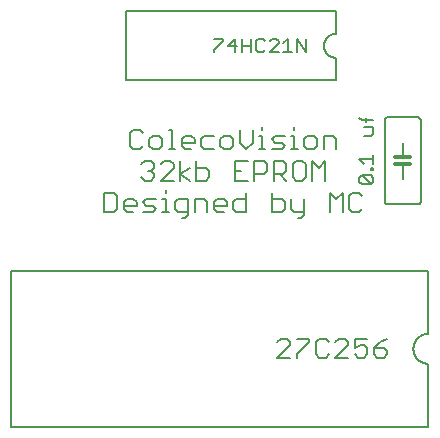
<source format=gto>
G75*
%MOIN*%
%OFA0B0*%
%FSLAX25Y25*%
%IPPOS*%
%LPD*%
%AMOC8*
5,1,8,0,0,1.08239X$1,22.5*
%
%ADD10C,0.00600*%
%ADD11C,0.01200*%
%ADD12C,0.00500*%
%ADD13C,0.00700*%
D10*
X0222000Y0069463D02*
X0361000Y0069463D01*
X0361000Y0090463D01*
X0360860Y0090465D01*
X0360720Y0090471D01*
X0360580Y0090481D01*
X0360440Y0090494D01*
X0360301Y0090512D01*
X0360162Y0090534D01*
X0360025Y0090559D01*
X0359887Y0090588D01*
X0359751Y0090621D01*
X0359616Y0090658D01*
X0359482Y0090699D01*
X0359349Y0090744D01*
X0359217Y0090792D01*
X0359087Y0090844D01*
X0358958Y0090899D01*
X0358831Y0090958D01*
X0358705Y0091021D01*
X0358581Y0091087D01*
X0358460Y0091156D01*
X0358340Y0091229D01*
X0358222Y0091306D01*
X0358107Y0091385D01*
X0357993Y0091468D01*
X0357883Y0091554D01*
X0357774Y0091643D01*
X0357668Y0091735D01*
X0357565Y0091830D01*
X0357464Y0091927D01*
X0357367Y0092028D01*
X0357272Y0092131D01*
X0357180Y0092237D01*
X0357091Y0092346D01*
X0357005Y0092456D01*
X0356922Y0092570D01*
X0356843Y0092685D01*
X0356766Y0092803D01*
X0356693Y0092923D01*
X0356624Y0093044D01*
X0356558Y0093168D01*
X0356495Y0093294D01*
X0356436Y0093421D01*
X0356381Y0093550D01*
X0356329Y0093680D01*
X0356281Y0093812D01*
X0356236Y0093945D01*
X0356195Y0094079D01*
X0356158Y0094214D01*
X0356125Y0094350D01*
X0356096Y0094488D01*
X0356071Y0094625D01*
X0356049Y0094764D01*
X0356031Y0094903D01*
X0356018Y0095043D01*
X0356008Y0095183D01*
X0356002Y0095323D01*
X0356000Y0095463D01*
X0356002Y0095603D01*
X0356008Y0095743D01*
X0356018Y0095883D01*
X0356031Y0096023D01*
X0356049Y0096162D01*
X0356071Y0096301D01*
X0356096Y0096438D01*
X0356125Y0096576D01*
X0356158Y0096712D01*
X0356195Y0096847D01*
X0356236Y0096981D01*
X0356281Y0097114D01*
X0356329Y0097246D01*
X0356381Y0097376D01*
X0356436Y0097505D01*
X0356495Y0097632D01*
X0356558Y0097758D01*
X0356624Y0097882D01*
X0356693Y0098003D01*
X0356766Y0098123D01*
X0356843Y0098241D01*
X0356922Y0098356D01*
X0357005Y0098470D01*
X0357091Y0098580D01*
X0357180Y0098689D01*
X0357272Y0098795D01*
X0357367Y0098898D01*
X0357464Y0098999D01*
X0357565Y0099096D01*
X0357668Y0099191D01*
X0357774Y0099283D01*
X0357883Y0099372D01*
X0357993Y0099458D01*
X0358107Y0099541D01*
X0358222Y0099620D01*
X0358340Y0099697D01*
X0358460Y0099770D01*
X0358581Y0099839D01*
X0358705Y0099905D01*
X0358831Y0099968D01*
X0358958Y0100027D01*
X0359087Y0100082D01*
X0359217Y0100134D01*
X0359349Y0100182D01*
X0359482Y0100227D01*
X0359616Y0100268D01*
X0359751Y0100305D01*
X0359887Y0100338D01*
X0360025Y0100367D01*
X0360162Y0100392D01*
X0360301Y0100414D01*
X0360440Y0100432D01*
X0360580Y0100445D01*
X0360720Y0100455D01*
X0360860Y0100461D01*
X0361000Y0100463D01*
X0361000Y0121463D01*
X0222000Y0121463D01*
X0222000Y0069463D01*
X0278761Y0138879D02*
X0279828Y0138879D01*
X0280896Y0139947D01*
X0280896Y0145285D01*
X0277693Y0145285D01*
X0276625Y0144217D01*
X0276625Y0142082D01*
X0277693Y0141015D01*
X0280896Y0141015D01*
X0283071Y0141015D02*
X0283071Y0145285D01*
X0286274Y0145285D01*
X0287341Y0144217D01*
X0287341Y0141015D01*
X0289516Y0142082D02*
X0289516Y0144217D01*
X0290584Y0145285D01*
X0292719Y0145285D01*
X0293787Y0144217D01*
X0293787Y0143150D01*
X0289516Y0143150D01*
X0289516Y0142082D02*
X0290584Y0141015D01*
X0292719Y0141015D01*
X0295962Y0142082D02*
X0295962Y0144217D01*
X0297029Y0145285D01*
X0300232Y0145285D01*
X0300232Y0147420D02*
X0300232Y0141015D01*
X0297029Y0141015D01*
X0295962Y0142082D01*
X0308853Y0141015D02*
X0312056Y0141015D01*
X0313123Y0142082D01*
X0313123Y0144217D01*
X0312056Y0145285D01*
X0308853Y0145285D01*
X0308853Y0147420D02*
X0308853Y0141015D01*
X0315298Y0142082D02*
X0316366Y0141015D01*
X0319569Y0141015D01*
X0319569Y0139947D02*
X0318501Y0138879D01*
X0317434Y0138879D01*
X0319569Y0139947D02*
X0319569Y0145285D01*
X0315298Y0145285D02*
X0315298Y0142082D01*
X0328189Y0141015D02*
X0328189Y0147420D01*
X0330325Y0145285D01*
X0332460Y0147420D01*
X0332460Y0141015D01*
X0334635Y0142082D02*
X0335702Y0141015D01*
X0337838Y0141015D01*
X0338905Y0142082D01*
X0334635Y0142082D02*
X0334635Y0146352D01*
X0335702Y0147420D01*
X0337838Y0147420D01*
X0338905Y0146352D01*
X0346445Y0144600D02*
X0346445Y0171600D01*
X0346447Y0171660D01*
X0346452Y0171721D01*
X0346461Y0171780D01*
X0346474Y0171839D01*
X0346490Y0171898D01*
X0346510Y0171955D01*
X0346533Y0172010D01*
X0346560Y0172065D01*
X0346589Y0172117D01*
X0346622Y0172168D01*
X0346658Y0172217D01*
X0346696Y0172263D01*
X0346738Y0172307D01*
X0346782Y0172349D01*
X0346828Y0172387D01*
X0346877Y0172423D01*
X0346928Y0172456D01*
X0346980Y0172485D01*
X0347035Y0172512D01*
X0347090Y0172535D01*
X0347147Y0172555D01*
X0347206Y0172571D01*
X0347265Y0172584D01*
X0347324Y0172593D01*
X0347385Y0172598D01*
X0347445Y0172600D01*
X0357445Y0172600D01*
X0357505Y0172598D01*
X0357566Y0172593D01*
X0357625Y0172584D01*
X0357684Y0172571D01*
X0357743Y0172555D01*
X0357800Y0172535D01*
X0357855Y0172512D01*
X0357910Y0172485D01*
X0357962Y0172456D01*
X0358013Y0172423D01*
X0358062Y0172387D01*
X0358108Y0172349D01*
X0358152Y0172307D01*
X0358194Y0172263D01*
X0358232Y0172217D01*
X0358268Y0172168D01*
X0358301Y0172117D01*
X0358330Y0172065D01*
X0358357Y0172010D01*
X0358380Y0171955D01*
X0358400Y0171898D01*
X0358416Y0171839D01*
X0358429Y0171780D01*
X0358438Y0171721D01*
X0358443Y0171660D01*
X0358445Y0171600D01*
X0358445Y0144600D01*
X0358443Y0144540D01*
X0358438Y0144479D01*
X0358429Y0144420D01*
X0358416Y0144361D01*
X0358400Y0144302D01*
X0358380Y0144245D01*
X0358357Y0144190D01*
X0358330Y0144135D01*
X0358301Y0144083D01*
X0358268Y0144032D01*
X0358232Y0143983D01*
X0358194Y0143937D01*
X0358152Y0143893D01*
X0358108Y0143851D01*
X0358062Y0143813D01*
X0358013Y0143777D01*
X0357962Y0143744D01*
X0357910Y0143715D01*
X0357855Y0143688D01*
X0357800Y0143665D01*
X0357743Y0143645D01*
X0357684Y0143629D01*
X0357625Y0143616D01*
X0357566Y0143607D01*
X0357505Y0143602D01*
X0357445Y0143600D01*
X0347445Y0143600D01*
X0347385Y0143602D01*
X0347324Y0143607D01*
X0347265Y0143616D01*
X0347206Y0143629D01*
X0347147Y0143645D01*
X0347090Y0143665D01*
X0347035Y0143688D01*
X0346980Y0143715D01*
X0346928Y0143744D01*
X0346877Y0143777D01*
X0346828Y0143813D01*
X0346782Y0143851D01*
X0346738Y0143893D01*
X0346696Y0143937D01*
X0346658Y0143983D01*
X0346622Y0144032D01*
X0346589Y0144083D01*
X0346560Y0144135D01*
X0346533Y0144190D01*
X0346510Y0144245D01*
X0346490Y0144302D01*
X0346474Y0144361D01*
X0346461Y0144420D01*
X0346452Y0144479D01*
X0346447Y0144540D01*
X0346445Y0144600D01*
X0352445Y0152100D02*
X0352445Y0156900D01*
X0352445Y0159400D02*
X0352445Y0164100D01*
X0330311Y0165217D02*
X0330311Y0162015D01*
X0330311Y0165217D02*
X0329244Y0166285D01*
X0326041Y0166285D01*
X0326041Y0162015D01*
X0323866Y0163082D02*
X0323866Y0165217D01*
X0322798Y0166285D01*
X0320663Y0166285D01*
X0319595Y0165217D01*
X0319595Y0163082D01*
X0320663Y0162015D01*
X0322798Y0162015D01*
X0323866Y0163082D01*
X0322281Y0157920D02*
X0324416Y0155785D01*
X0326551Y0157920D01*
X0326551Y0151515D01*
X0322281Y0151515D02*
X0322281Y0157920D01*
X0320106Y0156852D02*
X0319038Y0157920D01*
X0316903Y0157920D01*
X0315836Y0156852D01*
X0315836Y0152582D01*
X0316903Y0151515D01*
X0319038Y0151515D01*
X0320106Y0152582D01*
X0320106Y0156852D01*
X0313660Y0156852D02*
X0313660Y0154717D01*
X0312593Y0153650D01*
X0309390Y0153650D01*
X0311525Y0153650D02*
X0313660Y0151515D01*
X0309390Y0151515D02*
X0309390Y0157920D01*
X0312593Y0157920D01*
X0313660Y0156852D01*
X0307215Y0156852D02*
X0307215Y0154717D01*
X0306147Y0153650D01*
X0302945Y0153650D01*
X0302945Y0151515D02*
X0302945Y0157920D01*
X0306147Y0157920D01*
X0307215Y0156852D01*
X0300769Y0157920D02*
X0296499Y0157920D01*
X0296499Y0151515D01*
X0300769Y0151515D01*
X0298634Y0154717D02*
X0296499Y0154717D01*
X0287878Y0154717D02*
X0287878Y0152582D01*
X0286811Y0151515D01*
X0283608Y0151515D01*
X0283608Y0157920D01*
X0283608Y0155785D02*
X0286811Y0155785D01*
X0287878Y0154717D01*
X0281440Y0155785D02*
X0278237Y0153650D01*
X0281440Y0151515D01*
X0278237Y0151515D02*
X0278237Y0157920D01*
X0276062Y0156852D02*
X0274994Y0157920D01*
X0272859Y0157920D01*
X0271791Y0156852D01*
X0269616Y0156852D02*
X0269616Y0155785D01*
X0268549Y0154717D01*
X0269616Y0153650D01*
X0269616Y0152582D01*
X0268549Y0151515D01*
X0266413Y0151515D01*
X0265346Y0152582D01*
X0267481Y0154717D02*
X0268549Y0154717D01*
X0269616Y0156852D02*
X0268549Y0157920D01*
X0266413Y0157920D01*
X0265346Y0156852D01*
X0271791Y0151515D02*
X0276062Y0155785D01*
X0276062Y0156852D01*
X0276062Y0151515D02*
X0271791Y0151515D01*
X0273396Y0148488D02*
X0273396Y0147420D01*
X0273396Y0145285D02*
X0272328Y0145285D01*
X0273396Y0145285D02*
X0273396Y0141015D01*
X0272328Y0141015D02*
X0274464Y0141015D01*
X0270153Y0142082D02*
X0269086Y0143150D01*
X0266950Y0143150D01*
X0265883Y0144217D01*
X0266950Y0145285D01*
X0270153Y0145285D01*
X0270153Y0142082D02*
X0269086Y0141015D01*
X0265883Y0141015D01*
X0263708Y0143150D02*
X0263708Y0144217D01*
X0262640Y0145285D01*
X0260505Y0145285D01*
X0259437Y0144217D01*
X0259437Y0142082D01*
X0260505Y0141015D01*
X0262640Y0141015D01*
X0263708Y0143150D02*
X0259437Y0143150D01*
X0257262Y0142082D02*
X0257262Y0146352D01*
X0256195Y0147420D01*
X0252992Y0147420D01*
X0252992Y0141015D01*
X0256195Y0141015D01*
X0257262Y0142082D01*
X0262653Y0162015D02*
X0261586Y0163082D01*
X0261586Y0167352D01*
X0262653Y0168420D01*
X0264789Y0168420D01*
X0265856Y0167352D01*
X0268031Y0165217D02*
X0269099Y0166285D01*
X0271234Y0166285D01*
X0272302Y0165217D01*
X0272302Y0163082D01*
X0271234Y0162015D01*
X0269099Y0162015D01*
X0268031Y0163082D01*
X0268031Y0165217D01*
X0265856Y0163082D02*
X0264789Y0162015D01*
X0262653Y0162015D01*
X0274477Y0162015D02*
X0276612Y0162015D01*
X0275544Y0162015D02*
X0275544Y0168420D01*
X0274477Y0168420D01*
X0278774Y0165217D02*
X0279841Y0166285D01*
X0281977Y0166285D01*
X0283044Y0165217D01*
X0283044Y0164150D01*
X0278774Y0164150D01*
X0278774Y0165217D02*
X0278774Y0163082D01*
X0279841Y0162015D01*
X0281977Y0162015D01*
X0285219Y0163082D02*
X0285219Y0165217D01*
X0286287Y0166285D01*
X0289490Y0166285D01*
X0291665Y0165217D02*
X0291665Y0163082D01*
X0292732Y0162015D01*
X0294868Y0162015D01*
X0295935Y0163082D01*
X0295935Y0165217D01*
X0294868Y0166285D01*
X0292732Y0166285D01*
X0291665Y0165217D01*
X0289490Y0162015D02*
X0286287Y0162015D01*
X0285219Y0163082D01*
X0298110Y0164150D02*
X0298110Y0168420D01*
X0302381Y0168420D02*
X0302381Y0164150D01*
X0300246Y0162015D01*
X0298110Y0164150D01*
X0304556Y0166285D02*
X0305623Y0166285D01*
X0305623Y0162015D01*
X0304556Y0162015D02*
X0306691Y0162015D01*
X0308853Y0162015D02*
X0312056Y0162015D01*
X0313123Y0163082D01*
X0312056Y0164150D01*
X0309920Y0164150D01*
X0308853Y0165217D01*
X0309920Y0166285D01*
X0313123Y0166285D01*
X0315298Y0166285D02*
X0316366Y0166285D01*
X0316366Y0162015D01*
X0315298Y0162015D02*
X0317434Y0162015D01*
X0316366Y0168420D02*
X0316366Y0169488D01*
X0305623Y0169488D02*
X0305623Y0168420D01*
X0330161Y0184947D02*
X0330161Y0192447D01*
X0330035Y0192449D01*
X0329910Y0192455D01*
X0329785Y0192465D01*
X0329660Y0192479D01*
X0329535Y0192496D01*
X0329411Y0192518D01*
X0329288Y0192543D01*
X0329166Y0192573D01*
X0329045Y0192606D01*
X0328925Y0192643D01*
X0328806Y0192683D01*
X0328689Y0192728D01*
X0328572Y0192776D01*
X0328458Y0192828D01*
X0328345Y0192883D01*
X0328234Y0192942D01*
X0328125Y0193004D01*
X0328018Y0193070D01*
X0327913Y0193139D01*
X0327810Y0193211D01*
X0327709Y0193286D01*
X0327611Y0193365D01*
X0327516Y0193447D01*
X0327423Y0193531D01*
X0327333Y0193619D01*
X0327245Y0193709D01*
X0327161Y0193802D01*
X0327079Y0193897D01*
X0327000Y0193995D01*
X0326925Y0194096D01*
X0326853Y0194199D01*
X0326784Y0194304D01*
X0326718Y0194411D01*
X0326656Y0194520D01*
X0326597Y0194631D01*
X0326542Y0194744D01*
X0326490Y0194858D01*
X0326442Y0194975D01*
X0326397Y0195092D01*
X0326357Y0195211D01*
X0326320Y0195331D01*
X0326287Y0195452D01*
X0326257Y0195574D01*
X0326232Y0195697D01*
X0326210Y0195821D01*
X0326193Y0195946D01*
X0326179Y0196071D01*
X0326169Y0196196D01*
X0326163Y0196321D01*
X0326161Y0196447D01*
X0326163Y0196573D01*
X0326169Y0196698D01*
X0326179Y0196823D01*
X0326193Y0196948D01*
X0326210Y0197073D01*
X0326232Y0197197D01*
X0326257Y0197320D01*
X0326287Y0197442D01*
X0326320Y0197563D01*
X0326357Y0197683D01*
X0326397Y0197802D01*
X0326442Y0197919D01*
X0326490Y0198036D01*
X0326542Y0198150D01*
X0326597Y0198263D01*
X0326656Y0198374D01*
X0326718Y0198483D01*
X0326784Y0198590D01*
X0326853Y0198695D01*
X0326925Y0198798D01*
X0327000Y0198899D01*
X0327079Y0198997D01*
X0327161Y0199092D01*
X0327245Y0199185D01*
X0327333Y0199275D01*
X0327423Y0199363D01*
X0327516Y0199447D01*
X0327611Y0199529D01*
X0327709Y0199608D01*
X0327810Y0199683D01*
X0327913Y0199755D01*
X0328018Y0199824D01*
X0328125Y0199890D01*
X0328234Y0199952D01*
X0328345Y0200011D01*
X0328458Y0200066D01*
X0328572Y0200118D01*
X0328689Y0200166D01*
X0328806Y0200211D01*
X0328925Y0200251D01*
X0329045Y0200288D01*
X0329166Y0200321D01*
X0329288Y0200351D01*
X0329411Y0200376D01*
X0329535Y0200398D01*
X0329660Y0200415D01*
X0329785Y0200429D01*
X0329910Y0200439D01*
X0330035Y0200445D01*
X0330161Y0200447D01*
X0330161Y0207947D01*
X0260161Y0207947D01*
X0260161Y0184947D01*
X0330161Y0184947D01*
D11*
X0349945Y0159400D02*
X0352445Y0159400D01*
X0354945Y0159400D01*
X0354945Y0156900D02*
X0352445Y0156900D01*
X0349945Y0156900D01*
D12*
X0342541Y0157162D02*
X0342541Y0160164D01*
X0342541Y0158663D02*
X0338038Y0158663D01*
X0339539Y0157162D01*
X0341791Y0155610D02*
X0342541Y0155610D01*
X0342541Y0154860D01*
X0341791Y0154860D01*
X0341791Y0155610D01*
X0341791Y0153258D02*
X0338788Y0153258D01*
X0341791Y0150256D01*
X0342541Y0151007D01*
X0342541Y0152508D01*
X0341791Y0153258D01*
X0341791Y0150256D02*
X0338788Y0150256D01*
X0338038Y0151007D01*
X0338038Y0152508D01*
X0338788Y0153258D01*
X0339539Y0166370D02*
X0341791Y0166370D01*
X0342541Y0167120D01*
X0342541Y0169372D01*
X0339539Y0169372D01*
X0340289Y0170974D02*
X0340289Y0172475D01*
X0338788Y0171724D02*
X0342541Y0171724D01*
X0338788Y0171724D02*
X0338038Y0172475D01*
X0320310Y0194197D02*
X0320310Y0198701D01*
X0317307Y0198701D02*
X0320310Y0194197D01*
X0317307Y0194197D02*
X0317307Y0198701D01*
X0314205Y0198701D02*
X0314205Y0194197D01*
X0312704Y0194197D02*
X0315706Y0194197D01*
X0312704Y0197199D02*
X0314205Y0198701D01*
X0311102Y0197950D02*
X0311102Y0197199D01*
X0308100Y0194197D01*
X0311102Y0194197D01*
X0311102Y0197950D02*
X0310352Y0198701D01*
X0308850Y0198701D01*
X0308100Y0197950D01*
X0306498Y0197950D02*
X0305748Y0198701D01*
X0304246Y0198701D01*
X0303496Y0197950D01*
X0303496Y0194947D01*
X0304246Y0194197D01*
X0305748Y0194197D01*
X0306498Y0194947D01*
X0301894Y0194197D02*
X0301894Y0198701D01*
X0301894Y0196449D02*
X0298892Y0196449D01*
X0297290Y0196449D02*
X0294288Y0196449D01*
X0296540Y0198701D01*
X0296540Y0194197D01*
X0298892Y0194197D02*
X0298892Y0198701D01*
X0292686Y0198701D02*
X0292686Y0197950D01*
X0289684Y0194947D01*
X0289684Y0194197D01*
X0289684Y0198701D02*
X0292686Y0198701D01*
D13*
X0311728Y0098818D02*
X0310677Y0097767D01*
X0311728Y0098818D02*
X0313830Y0098818D01*
X0314881Y0097767D01*
X0314881Y0096716D01*
X0310677Y0092513D01*
X0314881Y0092513D01*
X0317122Y0092513D02*
X0317122Y0093563D01*
X0321326Y0097767D01*
X0321326Y0098818D01*
X0317122Y0098818D01*
X0323568Y0097767D02*
X0323568Y0093563D01*
X0324619Y0092513D01*
X0326721Y0092513D01*
X0327772Y0093563D01*
X0330013Y0092513D02*
X0334217Y0096716D01*
X0334217Y0097767D01*
X0333166Y0098818D01*
X0331064Y0098818D01*
X0330013Y0097767D01*
X0327772Y0097767D02*
X0326721Y0098818D01*
X0324619Y0098818D01*
X0323568Y0097767D01*
X0330013Y0092513D02*
X0334217Y0092513D01*
X0336459Y0093563D02*
X0337510Y0092513D01*
X0339612Y0092513D01*
X0340663Y0093563D01*
X0340663Y0095665D01*
X0339612Y0096716D01*
X0338561Y0096716D01*
X0336459Y0095665D01*
X0336459Y0098818D01*
X0340663Y0098818D01*
X0342904Y0095665D02*
X0346057Y0095665D01*
X0347108Y0094614D01*
X0347108Y0093563D01*
X0346057Y0092513D01*
X0343955Y0092513D01*
X0342904Y0093563D01*
X0342904Y0095665D01*
X0345006Y0097767D01*
X0347108Y0098818D01*
M02*

</source>
